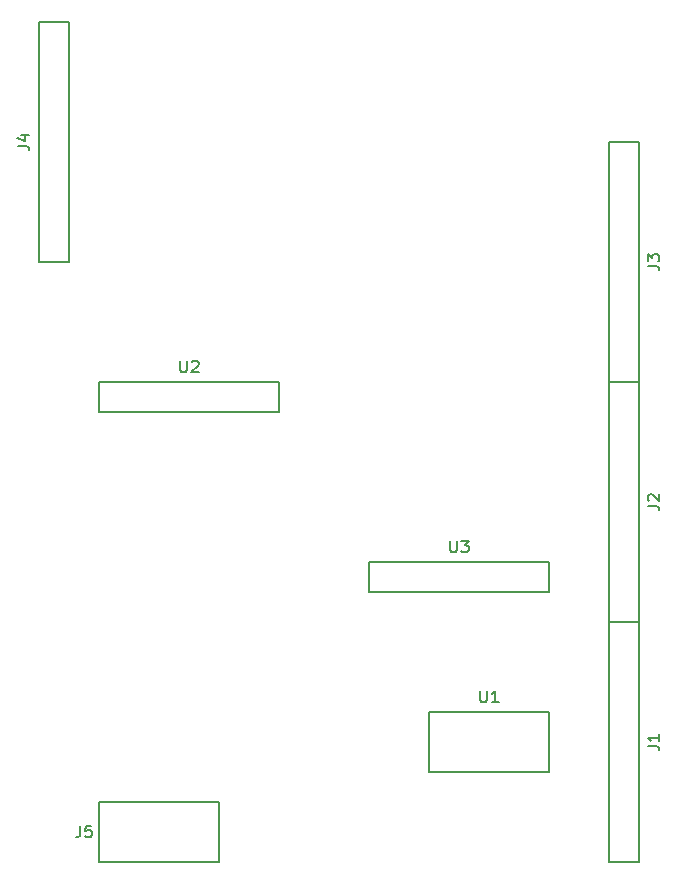
<source format=gbr>
G04 #@! TF.FileFunction,Legend,Top*
%FSLAX46Y46*%
G04 Gerber Fmt 4.6, Leading zero omitted, Abs format (unit mm)*
G04 Created by KiCad (PCBNEW 4.0.7) date 12/31/17 13:49:46*
%MOMM*%
%LPD*%
G01*
G04 APERTURE LIST*
%ADD10C,0.100000*%
%ADD11C,0.150000*%
G04 APERTURE END LIST*
D10*
D11*
X127000000Y-134620000D02*
X137160000Y-134620000D01*
X137160000Y-134620000D02*
X137160000Y-129540000D01*
X137160000Y-129540000D02*
X127000000Y-129540000D01*
X127000000Y-129540000D02*
X127000000Y-134620000D01*
X149860000Y-111760000D02*
X165100000Y-111760000D01*
X165100000Y-111760000D02*
X165100000Y-109220000D01*
X165100000Y-109220000D02*
X149860000Y-109220000D01*
X149860000Y-109220000D02*
X149860000Y-111760000D01*
X127000000Y-96520000D02*
X142240000Y-96520000D01*
X142240000Y-96520000D02*
X142240000Y-93980000D01*
X142240000Y-93980000D02*
X127000000Y-93980000D01*
X127000000Y-93980000D02*
X127000000Y-96520000D01*
X154940000Y-127000000D02*
X165100000Y-127000000D01*
X165100000Y-127000000D02*
X165100000Y-121920000D01*
X165100000Y-121920000D02*
X154940000Y-121920000D01*
X154940000Y-121920000D02*
X154940000Y-127000000D01*
X124460000Y-83820000D02*
X124460000Y-63500000D01*
X124460000Y-63500000D02*
X121920000Y-63500000D01*
X121920000Y-63500000D02*
X121920000Y-83820000D01*
X121920000Y-83820000D02*
X124460000Y-83820000D01*
X172720000Y-93980000D02*
X172720000Y-73660000D01*
X172720000Y-73660000D02*
X170180000Y-73660000D01*
X170180000Y-73660000D02*
X170180000Y-93980000D01*
X170180000Y-93980000D02*
X172720000Y-93980000D01*
X172720000Y-114300000D02*
X172720000Y-93980000D01*
X172720000Y-93980000D02*
X170180000Y-93980000D01*
X170180000Y-93980000D02*
X170180000Y-114300000D01*
X170180000Y-114300000D02*
X172720000Y-114300000D01*
X172720000Y-134620000D02*
X172720000Y-114300000D01*
X172720000Y-114300000D02*
X170180000Y-114300000D01*
X170180000Y-114300000D02*
X170180000Y-134620000D01*
X170180000Y-134620000D02*
X172720000Y-134620000D01*
X125396667Y-131532381D02*
X125396667Y-132246667D01*
X125349047Y-132389524D01*
X125253809Y-132484762D01*
X125110952Y-132532381D01*
X125015714Y-132532381D01*
X126349048Y-131532381D02*
X125872857Y-131532381D01*
X125825238Y-132008571D01*
X125872857Y-131960952D01*
X125968095Y-131913333D01*
X126206191Y-131913333D01*
X126301429Y-131960952D01*
X126349048Y-132008571D01*
X126396667Y-132103810D01*
X126396667Y-132341905D01*
X126349048Y-132437143D01*
X126301429Y-132484762D01*
X126206191Y-132532381D01*
X125968095Y-132532381D01*
X125872857Y-132484762D01*
X125825238Y-132437143D01*
X156718095Y-107402381D02*
X156718095Y-108211905D01*
X156765714Y-108307143D01*
X156813333Y-108354762D01*
X156908571Y-108402381D01*
X157099048Y-108402381D01*
X157194286Y-108354762D01*
X157241905Y-108307143D01*
X157289524Y-108211905D01*
X157289524Y-107402381D01*
X157670476Y-107402381D02*
X158289524Y-107402381D01*
X157956190Y-107783333D01*
X158099048Y-107783333D01*
X158194286Y-107830952D01*
X158241905Y-107878571D01*
X158289524Y-107973810D01*
X158289524Y-108211905D01*
X158241905Y-108307143D01*
X158194286Y-108354762D01*
X158099048Y-108402381D01*
X157813333Y-108402381D01*
X157718095Y-108354762D01*
X157670476Y-108307143D01*
X133858095Y-92162381D02*
X133858095Y-92971905D01*
X133905714Y-93067143D01*
X133953333Y-93114762D01*
X134048571Y-93162381D01*
X134239048Y-93162381D01*
X134334286Y-93114762D01*
X134381905Y-93067143D01*
X134429524Y-92971905D01*
X134429524Y-92162381D01*
X134858095Y-92257619D02*
X134905714Y-92210000D01*
X135000952Y-92162381D01*
X135239048Y-92162381D01*
X135334286Y-92210000D01*
X135381905Y-92257619D01*
X135429524Y-92352857D01*
X135429524Y-92448095D01*
X135381905Y-92590952D01*
X134810476Y-93162381D01*
X135429524Y-93162381D01*
X159258095Y-120102381D02*
X159258095Y-120911905D01*
X159305714Y-121007143D01*
X159353333Y-121054762D01*
X159448571Y-121102381D01*
X159639048Y-121102381D01*
X159734286Y-121054762D01*
X159781905Y-121007143D01*
X159829524Y-120911905D01*
X159829524Y-120102381D01*
X160829524Y-121102381D02*
X160258095Y-121102381D01*
X160543809Y-121102381D02*
X160543809Y-120102381D01*
X160448571Y-120245238D01*
X160353333Y-120340476D01*
X160258095Y-120388095D01*
X120102381Y-73993333D02*
X120816667Y-73993333D01*
X120959524Y-74040953D01*
X121054762Y-74136191D01*
X121102381Y-74279048D01*
X121102381Y-74374286D01*
X120435714Y-73088571D02*
X121102381Y-73088571D01*
X120054762Y-73326667D02*
X120769048Y-73564762D01*
X120769048Y-72945714D01*
X173442381Y-84153333D02*
X174156667Y-84153333D01*
X174299524Y-84200953D01*
X174394762Y-84296191D01*
X174442381Y-84439048D01*
X174442381Y-84534286D01*
X173442381Y-83772381D02*
X173442381Y-83153333D01*
X173823333Y-83486667D01*
X173823333Y-83343809D01*
X173870952Y-83248571D01*
X173918571Y-83200952D01*
X174013810Y-83153333D01*
X174251905Y-83153333D01*
X174347143Y-83200952D01*
X174394762Y-83248571D01*
X174442381Y-83343809D01*
X174442381Y-83629524D01*
X174394762Y-83724762D01*
X174347143Y-83772381D01*
X173442381Y-104473333D02*
X174156667Y-104473333D01*
X174299524Y-104520953D01*
X174394762Y-104616191D01*
X174442381Y-104759048D01*
X174442381Y-104854286D01*
X173537619Y-104044762D02*
X173490000Y-103997143D01*
X173442381Y-103901905D01*
X173442381Y-103663809D01*
X173490000Y-103568571D01*
X173537619Y-103520952D01*
X173632857Y-103473333D01*
X173728095Y-103473333D01*
X173870952Y-103520952D01*
X174442381Y-104092381D01*
X174442381Y-103473333D01*
X173442381Y-124793333D02*
X174156667Y-124793333D01*
X174299524Y-124840953D01*
X174394762Y-124936191D01*
X174442381Y-125079048D01*
X174442381Y-125174286D01*
X174442381Y-123793333D02*
X174442381Y-124364762D01*
X174442381Y-124079048D02*
X173442381Y-124079048D01*
X173585238Y-124174286D01*
X173680476Y-124269524D01*
X173728095Y-124364762D01*
M02*

</source>
